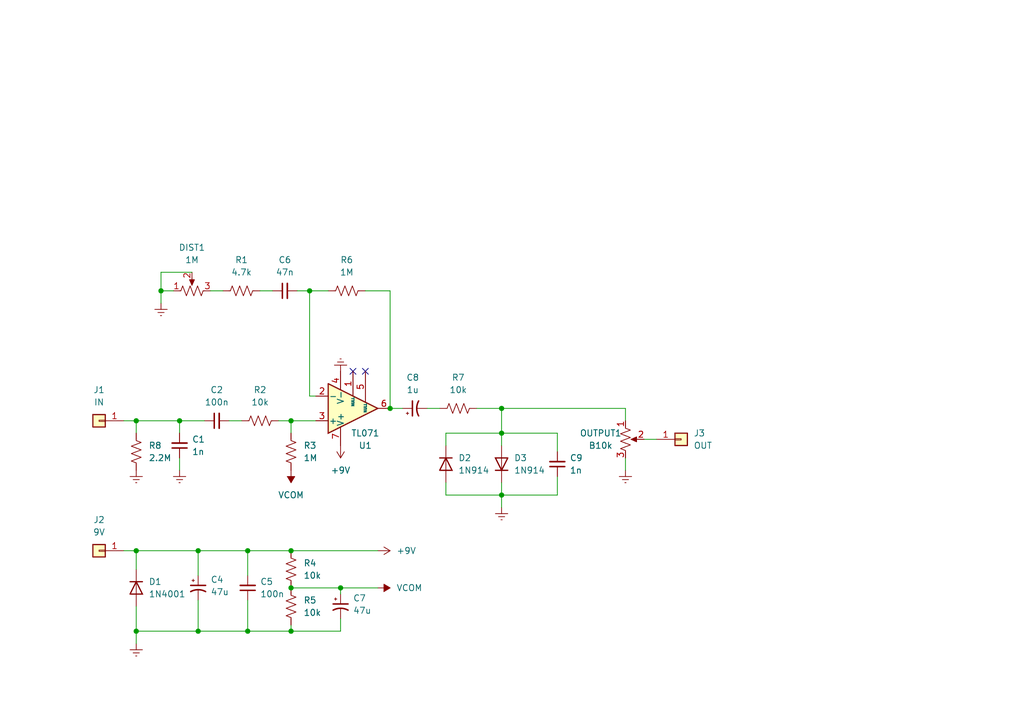
<source format=kicad_sch>
(kicad_sch (version 20230121) (generator eeschema)
  (paper "A5")
  (title_block (title "MXR Dist +") (date "2023-09-16") (company "Priscilla Custom Effects"))
  (lib_symbols
    (symbol "Amplifier_Operational:TL071" (pin_names (offset 0.127))
      (property "Reference" "U" (at 0 6.35 0))
      (property "Value" "TL071" (at 0 3.81 0))
      (symbol "TL071_0_1"
        (polyline (pts (xy -5.08 5.08) (xy 5.08 0) (xy -5.08 -5.08) (xy -5.08 5.08)) (stroke (width 0.254)) (fill (type background)))
      )
      (symbol "TL071_1_1"
        (pin input line (at 0 -7.62 90) (length 5.08) (name "NULL") (number "1"))
        (pin input line (at -7.62 -2.54 0) (length 2.54) (name "-") (number "2"))
        (pin input line (at -7.62 2.54 0) (length 2.54) (name "+") (number "3"))
        (pin power_in line (at -2.54 -7.62 90) (length 3.81) (name "V-") (number "4"))
        (pin input line (at 2.54 -7.62 90) (length 6.35) (name "NULL") (number "5"))
        (pin output line (at 7.62 0 180) (length 2.54) (name "~") (number "6"))
        (pin power_in line (at -2.54 7.62 270) (length 3.81) (name "V+") (number "7"))
        (pin no_connect line (at 0 2.54 270) (length 2.54) hide (name "NC") (number "8"))
      )
    )
    (symbol "Connector_Generic:Conn_01x01" (pin_names (offset 1.016) hide)
      (property "Reference" "J" (at 0 2.54 0))
      (property "Value" "Conn_01x01" (at 0 -2.54 0))
      (symbol "Conn_01x01_1_1"
        (rectangle (start -1.27 0.127) (end 0 -0.127) (stroke (width 0.1524)))
        (rectangle (start -1.27 1.27) (end 1.27 -1.27) (stroke (width 0.254)) (fill (type background)))
        (pin passive line (at -5.08 0 0) (length 3.81) (name "Pin_1") (number "1"))
      )
    )
    (symbol "Device:C_Polarized_Small_US" (pin_numbers hide) (pin_names (offset 0.254) hide)
      (property "Reference" "C" (at 0.254 1.778 0))
      (property "Value" "C_Polarized_Small_US" (at 0.254 -2.032 0))
      (symbol "C_Polarized_Small_US_0_1"
        (polyline (pts (xy -1.524 0.508) (xy 1.524 0.508)) (stroke (width 0.3048)))
        (polyline (pts (xy -1.27 1.524) (xy -0.762 1.524)))
        (polyline (pts (xy -1.016 1.27) (xy -1.016 1.778)))
        (arc (start 1.524 -0.762) (mid 0 -0.3734) (end -1.524 -0.762) (stroke (width 0.3048)))
      )
      (symbol "C_Polarized_Small_US_1_1"
        (pin passive line (at 0 2.54 270) (length 2.032) (name "~") (number "1"))
        (pin passive line (at 0 -2.54 90) (length 2.032) (name "~") (number "2"))
      )
    )
    (symbol "Device:C_Small" (pin_numbers hide) (pin_names (offset 0.254) hide)
      (property "Reference" "C" (at 0.254 1.778 0))
      (property "Value" "C_Small" (at 0.254 -2.032 0))
      (symbol "C_Small_0_1"
        (polyline (pts (xy -1.524 -0.508) (xy 1.524 -0.508)) (stroke (width 0.3302)))
        (polyline (pts (xy -1.524 0.508) (xy 1.524 0.508)) (stroke (width 0.3048)))
      )
      (symbol "C_Small_1_1"
        (pin passive line (at 0 2.54 270) (length 2.032) (name "~") (number "1"))
        (pin passive line (at 0 -2.54 90) (length 2.032) (name "~") (number "2"))
      )
    )
    (symbol "Device:R_Potentiometer_US" (pin_names (offset 1.016) hide)
      (property "Reference" "RV" (at -4.445 0 90))
      (property "Value" "R_Potentiometer_US" (at -2.54 0 90))
      (symbol "R_Potentiometer_US_0_1"
        (polyline (pts (xy 0 -2.286) (xy 0 -2.54)))
        (polyline (pts (xy 0 2.54) (xy 0 2.286)))
        (polyline (pts (xy 2.54 0) (xy 1.524 0)))
        (polyline (pts (xy 1.143 0) (xy 2.286 0.508) (xy 2.286 -0.508) (xy 1.143 0)) (fill (type outline)))
        (polyline (pts (xy 0 -0.762) (xy 1.016 -1.143) (xy 0 -1.524) (xy -1.016 -1.905) (xy 0 -2.286)))
        (polyline (pts (xy 0 0.762) (xy 1.016 0.381) (xy 0 0) (xy -1.016 -0.381) (xy 0 -0.762)))
        (polyline (pts (xy 0 2.286) (xy 1.016 1.905) (xy 0 1.524) (xy -1.016 1.143) (xy 0 0.762)))
      )
      (symbol "R_Potentiometer_US_1_1"
        (pin passive line (at 0 3.81 270) (length 1.27) (name "1") (number "1"))
        (pin passive line (at 3.81 0 180) (length 1.27) (name "2") (number "2"))
        (pin passive line (at 0 -3.81 90) (length 1.27) (name "3") (number "3"))
      )
    )
    (symbol "Device:R_US" (pin_numbers hide) (pin_names (offset 0))
      (property "Reference" "R" (at 2.54 0 90))
      (property "Value" "R_US" (at -2.54 0 90))
      (symbol "R_US_0_1"
        (polyline (pts (xy 0 -2.286) (xy 0 -2.54)))
        (polyline (pts (xy 0 2.286) (xy 0 2.54)))
        (polyline (pts (xy 0 -0.762) (xy 1.016 -1.143) (xy 0 -1.524) (xy -1.016 -1.905) (xy 0 -2.286)))
        (polyline (pts (xy 0 0.762) (xy 1.016 0.381) (xy 0 0) (xy -1.016 -0.381) (xy 0 -0.762)))
        (polyline (pts (xy 0 2.286) (xy 1.016 1.905) (xy 0 1.524) (xy -1.016 1.143) (xy 0 0.762)))
      )
      (symbol "R_US_1_1"
        (pin passive line (at 0 3.81 270) (length 1.27) (name "~") (number "1"))
        (pin passive line (at 0 -3.81 90) (length 1.27) (name "~") (number "2"))
      )
    )
    (symbol "Diode:1N4001" (pin_numbers hide) (pin_names hide)
      (property "Reference" "D" (at 0 2.54 0))
      (property "Value" "1N4001" (at 0 -2.54 0))
      (symbol "1N4001_0_1"
        (polyline (pts (xy -1.27 1.27) (xy -1.27 -1.27)) (stroke (width 0.254)))
        (polyline (pts (xy 1.27 0) (xy -1.27 0)))
        (polyline (pts (xy 1.27 1.27) (xy 1.27 -1.27) (xy -1.27 0) (xy 1.27 1.27)) (stroke (width 0.254)))
      )
      (symbol "1N4001_1_1"
        (pin passive line (at -3.81 0 0) (length 2.54) (name "K") (number "1"))
        (pin passive line (at 3.81 0 180) (length 2.54) (name "A") (number "2"))
      )
    )
    (symbol "Diode:1N914" (pin_numbers hide) (pin_names hide)
      (property "Reference" "D" (at 0 2.54 0))
      (property "Value" "1N914" (at 0 -2.54 0))
      (symbol "1N914_0_1"
        (polyline (pts (xy -1.27 1.27) (xy -1.27 -1.27)) (stroke (width 0.254)))
        (polyline (pts (xy 1.27 0) (xy -1.27 0)))
        (polyline (pts (xy 1.27 1.27) (xy 1.27 -1.27) (xy -1.27 0) (xy 1.27 1.27)) (stroke (width 0.254)))
      )
      (symbol "1N914_1_1"
        (pin passive line (at -3.81 0 0) (length 2.54) (name "K") (number "1"))
        (pin passive line (at 3.81 0 180) (length 2.54) (name "A") (number "2"))
      )
    )
    (symbol "power:+9V" (power) (pin_names (offset 0))
      (property "Value" "+9V" (at 0 3.556 0))
      (symbol "+9V_0_1"
        (polyline (pts (xy -0.762 1.27) (xy 0 2.54)))
        (polyline (pts (xy 0 0) (xy 0 2.54)))
        (polyline (pts (xy 0 2.54) (xy 0.762 1.27)))
      )
      (symbol "+9V_1_1"
        (pin power_in line (at 0 0 90) (length 0) hide (name "+9V") (number "1"))
      )
    )
    (symbol "power:Earth" (power) (pin_names (offset 0))
      (symbol "Earth_0_1"
        (polyline (pts (xy -0.635 -1.905) (xy 0.635 -1.905)))
        (polyline (pts (xy -0.127 -2.54) (xy 0.127 -2.54)))
        (polyline (pts (xy 0 -1.27) (xy 0 0)))
        (polyline (pts (xy 1.27 -1.27) (xy -1.27 -1.27)))
      )
      (symbol "Earth_1_1"
        (pin power_in line (at 0 0 270) (length 0) hide (name "Earth") (number "1"))
      )
    )
    (symbol "power:VCOM" (power) (pin_names (offset 0))
      (property "Value" "VCOM" (at 0 3.81 0))
      (symbol "VCOM_0_1"
        (polyline (pts (xy 0 0) (xy 0 2.54)))
        (polyline (pts (xy 0.762 1.27) (xy -0.762 1.27) (xy 0 2.54) (xy 0.762 1.27)) (fill (type outline)))
      )
      (symbol "VCOM_1_1"
        (pin power_in line (at 0 0 90) (length 0) hide (name "VCOM") (number "1"))
      )
    )
  )
  (junction (at 36.83 86.36))
  (junction (at 80.01 83.82))
  (junction (at 27.94 129.54))
  (junction (at 102.87 88.9))
  (junction (at 50.8 113.03))
  (junction (at 59.69 129.54))
  (junction (at 59.69 86.36))
  (junction (at 102.87 83.82))
  (junction (at 69.85 120.65))
  (junction (at 59.69 113.03))
  (junction (at 50.8 129.54))
  (junction (at 102.87 101.6))
  (junction (at 40.64 113.03))
  (junction (at 27.94 113.03))
  (junction (at 33.02 59.69))
  (junction (at 63.5 59.69))
  (junction (at 40.64 129.54))
  (junction (at 59.69 120.65))
  (junction (at 27.94 86.36))
  (no_connect (at 72.39 76.2))
  (no_connect (at 74.93 76.2))
  (wire (pts (xy 134.62 90.17) (xy 132.08 90.17)))
  (wire (pts (xy 27.94 116.84) (xy 27.94 113.03)))
  (wire (pts (xy 50.8 113.03) (xy 50.8 118.11)))
  (wire (pts (xy 43.18 59.69) (xy 45.72 59.69)))
  (wire (pts (xy 27.94 129.54) (xy 40.64 129.54)))
  (wire (pts (xy 50.8 123.19) (xy 50.8 129.54)))
  (wire (pts (xy 91.44 91.44) (xy 91.44 88.9)))
  (wire (pts (xy 35.56 59.69) (xy 33.02 59.69)))
  (wire (pts (xy 40.64 129.54) (xy 50.8 129.54)))
  (wire (pts (xy 33.02 55.88) (xy 33.02 59.69)))
  (wire (pts (xy 102.87 88.9) (xy 102.87 91.44)))
  (wire (pts (xy 102.87 88.9) (xy 114.3 88.9)))
  (wire (pts (xy 27.94 113.03) (xy 25.4 113.03)))
  (wire (pts (xy 27.94 113.03) (xy 40.64 113.03)))
  (wire (pts (xy 27.94 86.36) (xy 36.83 86.36)))
  (wire (pts (xy 69.85 129.54) (xy 69.85 127)))
  (wire (pts (xy 59.69 86.36) (xy 57.15 86.36)))
  (wire (pts (xy 59.69 113.03) (xy 77.47 113.03)))
  (wire (pts (xy 40.64 123.19) (xy 40.64 129.54)))
  (wire (pts (xy 36.83 96.52) (xy 36.83 93.98)))
  (wire (pts (xy 59.69 129.54) (xy 59.69 128.27)))
  (wire (pts (xy 114.3 88.9) (xy 114.3 92.71)))
  (wire (pts (xy 80.01 59.69) (xy 80.01 83.82)))
  (wire (pts (xy 27.94 88.9) (xy 27.94 86.36)))
  (wire (pts (xy 60.96 59.69) (xy 63.5 59.69)))
  (wire (pts (xy 33.02 59.69) (xy 33.02 62.23)))
  (wire (pts (xy 91.44 99.06) (xy 91.44 101.6)))
  (wire (pts (xy 102.87 101.6) (xy 114.3 101.6)))
  (wire (pts (xy 64.77 86.36) (xy 59.69 86.36)))
  (wire (pts (xy 39.37 55.88) (xy 33.02 55.88)))
  (wire (pts (xy 63.5 59.69) (xy 63.5 81.28)))
  (wire (pts (xy 102.87 101.6) (xy 102.87 99.06)))
  (wire (pts (xy 128.27 83.82) (xy 128.27 86.36)))
  (wire (pts (xy 27.94 124.46) (xy 27.94 129.54)))
  (wire (pts (xy 36.83 86.36) (xy 36.83 88.9)))
  (wire (pts (xy 36.83 86.36) (xy 41.91 86.36)))
  (wire (pts (xy 27.94 129.54) (xy 27.94 132.08)))
  (wire (pts (xy 102.87 83.82) (xy 102.87 88.9)))
  (wire (pts (xy 82.55 83.82) (xy 80.01 83.82)))
  (wire (pts (xy 69.85 120.65) (xy 69.85 121.92)))
  (wire (pts (xy 53.34 59.69) (xy 55.88 59.69)))
  (wire (pts (xy 50.8 113.03) (xy 59.69 113.03)))
  (wire (pts (xy 102.87 101.6) (xy 102.87 104.14)))
  (wire (pts (xy 69.85 129.54) (xy 59.69 129.54)))
  (wire (pts (xy 114.3 101.6) (xy 114.3 97.79)))
  (wire (pts (xy 46.99 86.36) (xy 49.53 86.36)))
  (wire (pts (xy 128.27 93.98) (xy 128.27 96.52)))
  (wire (pts (xy 59.69 120.65) (xy 69.85 120.65)))
  (wire (pts (xy 91.44 88.9) (xy 102.87 88.9)))
  (wire (pts (xy 69.85 120.65) (xy 77.47 120.65)))
  (wire (pts (xy 91.44 101.6) (xy 102.87 101.6)))
  (wire (pts (xy 63.5 81.28) (xy 64.77 81.28)))
  (wire (pts (xy 90.17 83.82) (xy 87.63 83.82)))
  (wire (pts (xy 63.5 59.69) (xy 67.31 59.69)))
  (wire (pts (xy 74.93 59.69) (xy 80.01 59.69)))
  (wire (pts (xy 27.94 86.36) (xy 25.4 86.36)))
  (wire (pts (xy 40.64 113.03) (xy 40.64 118.11)))
  (wire (pts (xy 102.87 83.82) (xy 128.27 83.82)))
  (wire (pts (xy 97.79 83.82) (xy 102.87 83.82)))
  (wire (pts (xy 59.69 88.9) (xy 59.69 86.36)))
  (wire (pts (xy 40.64 113.03) (xy 50.8 113.03)))
  (wire (pts (xy 50.8 129.54) (xy 59.69 129.54)))
  (symbol (lib_id "Device:R_US") (at 71.12 59.69 270) (unit 1)
    (property "Reference" "R6" (at 71.12 53.34 90))
    (property "Value" "1M" (at 71.12 55.88 90))
  )
  (symbol (lib_id "Device:R_US") (at 59.69 116.84 0) (unit 1)
    (property "Reference" "R4" (at 62.23 115.57 0) (effects (justify left)))
    (property "Value" "10k" (at 62.23 118.11 0) (effects (justify left)))
  )
  (symbol (lib_id "power:Earth") (at 69.85 76.2 180) (unit 1)
    (property "Reference" "#PWR05" (effects hide))
    (property "Value" "Earth" (effects hide))
  )
  (symbol (lib_id "power:VCOM") (at 77.47 120.65 270) (unit 1)
    (property "Reference" "#PWR08" (effects hide))
    (property "Value" "VCOM" (at 81.28 120.65 90) (effects (justify left)))
  )
  (symbol (lib_id "power:Earth") (at 102.87 104.14 0) (unit 1)
    (property "Reference" "#PWR09" (effects hide))
    (property "Value" "Earth" (effects hide))
  )
  (symbol (lib_id "Device:C_Small") (at 36.83 91.44 180) (unit 1)
    (property "Reference" "C1" (at 39.37 90.1636 0) (effects (justify right)))
    (property "Value" "1n" (at 39.37 92.7036 0) (effects (justify right)))
  )
  (symbol (lib_id "Device:R_US") (at 93.98 83.82 270) (unit 1)
    (property "Reference" "R7" (at 93.98 77.47 90))
    (property "Value" "10k" (at 93.98 80.01 90))
  )
  (symbol (lib_id "Device:R_US") (at 59.69 124.46 0) (unit 1)
    (property "Reference" "R5" (at 62.23 123.19 0) (effects (justify left)))
    (property "Value" "10k" (at 62.23 125.73 0) (effects (justify left)))
  )
  (symbol (lib_id "Device:R_US") (at 53.34 86.36 270) (unit 1)
    (property "Reference" "R2" (at 53.34 80.01 90))
    (property "Value" "10k" (at 53.34 82.55 90))
  )
  (symbol (lib_id "power:+9V") (at 77.47 113.03 270) (unit 1)
    (property "Reference" "#PWR07" (effects hide))
    (property "Value" "+9V" (at 81.28 113.03 90) (effects (justify left)))
  )
  (symbol (lib_id "Device:R_Potentiometer_US") (at 39.37 59.69 90) (unit 1)
    (property "Reference" "DIST1" (at 39.37 50.8 90))
    (property "Value" "1M" (at 39.37 53.34 90))
  )
  (symbol (lib_id "Amplifier_Operational:TL071") (at 72.39 83.82 0) (mirror x) (unit 1)
    (property "Reference" "U1" (at 74.93 91.44 0))
    (property "Value" "TL071" (at 74.93 88.9 0))
    (property "Datasheet" "http://www.ti.com/lit/ds/symlink/tl071.pdf" (effects hide))
  )
  (symbol (lib_id "power:Earth") (at 33.02 62.23 0) (unit 1)
    (property "Reference" "#PWR03" (effects hide))
    (property "Value" "Earth" (effects hide))
  )
  (symbol (lib_id "Device:C_Small") (at 58.42 59.69 90) (unit 1)
    (property "Reference" "C6" (at 58.4263 53.34 90))
    (property "Value" "47n" (at 58.4263 55.88 90))
  )
  (symbol (lib_id "Device:R_US") (at 59.69 92.71 0) (unit 1)
    (property "Reference" "R3" (at 62.23 91.44 0) (effects (justify left)))
    (property "Value" "1M" (at 62.23 93.98 0) (effects (justify left)))
  )
  (symbol (lib_id "Device:R_US") (at 27.94 92.71 0) (unit 1)
    (property "Reference" "R8" (at 30.48 91.44 0) (effects (justify left)))
    (property "Value" "2.2M" (at 30.48 93.98 0) (effects (justify left)))
  )
  (symbol (lib_id "Device:R_US") (at 49.53 59.69 270) (unit 1)
    (property "Reference" "R1" (at 49.53 53.34 90))
    (property "Value" "4.7k" (at 49.53 55.88 90))
  )
  (symbol (lib_id "Connector_Generic:Conn_01x01") (at 20.32 113.03 180) (unit 1)
    (property "Reference" "J2" (at 20.32 106.68 0))
    (property "Value" "9V" (at 20.32 109.22 0))
  )
  (symbol (lib_id "Device:C_Polarized_Small_US") (at 85.09 83.82 90) (unit 1)
    (property "Reference" "C8" (at 84.6582 77.47 90))
    (property "Value" "1u" (at 84.6582 80.01 90))
  )
  (symbol (lib_id "power:+9V") (at 69.85 91.44 180) (unit 1)
    (property "Reference" "#PWR06" (effects hide))
    (property "Value" "+9V" (at 69.85 96.52 0))
  )
  (symbol (lib_id "Diode:1N914") (at 102.87 95.25 90) (unit 1)
    (property "Reference" "D3" (at 105.41 93.98 90) (effects (justify right)))
    (property "Value" "1N914" (at 105.41 96.52 90) (effects (justify right)))
    (property "Datasheet" "http://www.vishay.com/docs/85622/1n914.pdf" (effects hide))
    (property "Sim.Device" "D" (effects hide))
    (property "Sim.Pins" "1=K 2=A" (effects hide))
  )
  (symbol (lib_id "Device:C_Small") (at 50.8 120.65 180) (unit 1)
    (property "Reference" "C5" (at 53.34 119.3736 0) (effects (justify right)))
    (property "Value" "100n" (at 53.34 121.9136 0) (effects (justify right)))
  )
  (symbol (lib_id "Device:C_Polarized_Small_US") (at 69.85 124.46 0) (unit 1)
    (property "Reference" "C7" (at 72.39 122.7582 0) (effects (justify left)))
    (property "Value" "47u" (at 72.39 125.2982 0) (effects (justify left)))
  )
  (symbol (lib_id "power:Earth") (at 36.83 96.52 0) (unit 1)
    (property "Reference" "#PWR01" (effects hide))
    (property "Value" "Earth" (effects hide))
  )
  (symbol (lib_id "Device:C_Polarized_Small_US") (at 40.64 120.65 0) (unit 1)
    (property "Reference" "C4" (at 43.18 118.9482 0) (effects (justify left)))
    (property "Value" "47u" (at 43.18 121.4882 0) (effects (justify left)))
  )
  (symbol (lib_id "Connector_Generic:Conn_01x01") (at 20.32 86.36 180) (unit 1)
    (property "Reference" "J1" (at 20.32 80.01 0))
    (property "Value" "IN" (at 20.32 82.55 0))
  )
  (symbol (lib_id "Device:C_Small") (at 114.3 95.25 180) (unit 1)
    (property "Reference" "C9" (at 116.84 93.9736 0) (effects (justify right)))
    (property "Value" "1n" (at 116.84 96.5136 0) (effects (justify right)))
  )
  (symbol (lib_id "power:Earth") (at 27.94 96.52 0) (unit 1)
    (property "Reference" "#PWR011" (effects hide))
    (property "Value" "Earth" (effects hide))
  )
  (symbol (lib_id "Diode:1N4001") (at 27.94 120.65 270) (unit 1)
    (property "Reference" "D1" (at 30.48 119.38 90) (effects (justify left)))
    (property "Value" "1N4001" (at 30.48 121.92 90) (effects (justify left)))
    (property "Datasheet" "http://www.vishay.com/docs/88503/1n4001.pdf" (effects hide))
    (property "Sim.Device" "D" (effects hide))
    (property "Sim.Pins" "1=K 2=A" (effects hide))
  )
  (symbol (lib_id "Device:C_Small") (at 44.45 86.36 90) (unit 1)
    (property "Reference" "C2" (at 44.4563 80.01 90))
    (property "Value" "100n" (at 44.4563 82.55 90))
  )
  (symbol (lib_id "power:Earth") (at 27.94 132.08 0) (unit 1)
    (property "Reference" "#PWR02" (effects hide))
    (property "Value" "Earth" (effects hide))
  )
  (symbol (lib_id "Connector_Generic:Conn_01x01") (at 139.7 90.17 0) (unit 1)
    (property "Reference" "J3" (at 142.24 88.9 0) (effects (justify left)))
    (property "Value" "OUT" (at 142.24 91.44 0) (effects (justify left)))
  )
  (symbol (lib_id "Diode:1N914") (at 91.44 95.25 270) (unit 1)
    (property "Reference" "D2" (at 93.98 93.98 90) (effects (justify left)))
    (property "Value" "1N914" (at 93.98 96.52 90) (effects (justify left)))
    (property "Datasheet" "http://www.vishay.com/docs/85622/1n914.pdf" (effects hide))
    (property "Sim.Device" "D" (effects hide))
    (property "Sim.Pins" "1=K 2=A" (effects hide))
  )
  (symbol (lib_id "Device:R_Potentiometer_US") (at 128.27 90.17 0) (unit 1)
    (property "Reference" "OUTPUT1" (at 123.19 88.9 0))
    (property "Value" "B10k" (at 123.19 91.44 0))
  )
  (symbol (lib_id "power:VCOM") (at 59.69 96.52 180) (unit 1)
    (property "Reference" "#PWR04" (effects hide))
    (property "Value" "VCOM" (at 59.69 101.6 0))
  )
  (symbol (lib_id "power:Earth") (at 128.27 96.52 0) (unit 1)
    (property "Reference" "#PWR010" (effects hide))
    (property "Value" "Earth" (effects hide))
  )
)
</source>
